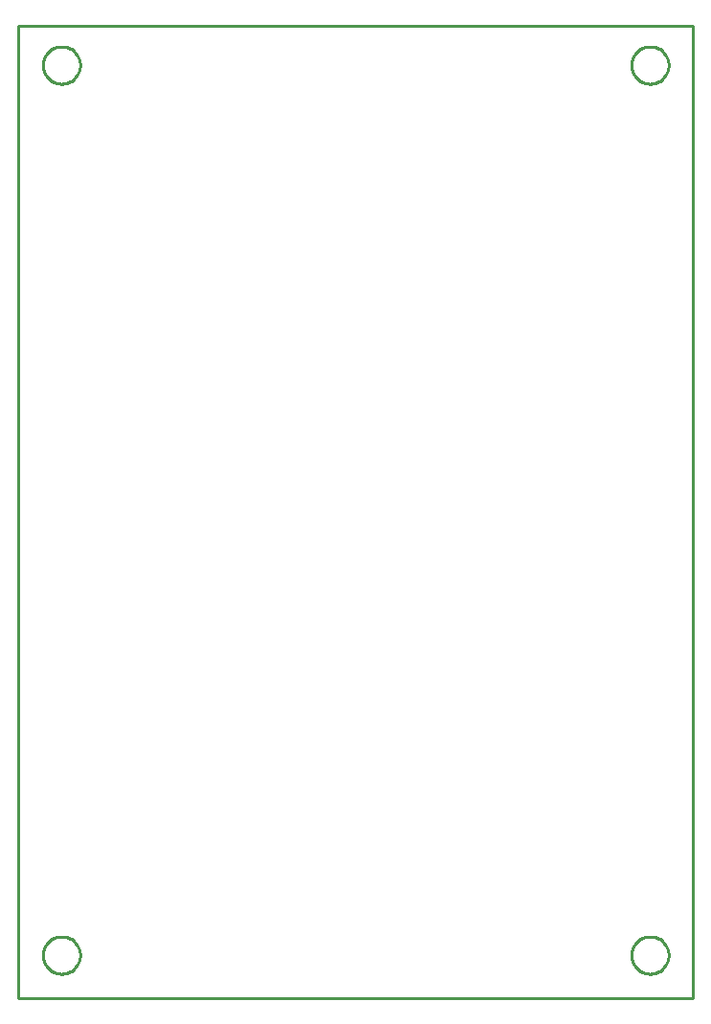
<source format=gbr>
G04 EAGLE Gerber RS-274X export*
G75*
%MOMM*%
%FSLAX34Y34*%
%LPD*%
%IN*%
%IPPOS*%
%AMOC8*
5,1,8,0,0,1.08239X$1,22.5*%
G01*
%ADD10C,0.254000*%


D10*
X-12700Y0D02*
X584000Y0D01*
X584000Y860300D01*
X-12700Y860300D01*
X-12700Y0D01*
X562610Y37560D02*
X562539Y36481D01*
X562398Y35409D01*
X562187Y34349D01*
X561908Y33305D01*
X561560Y32281D01*
X561146Y31283D01*
X560668Y30313D01*
X560128Y29377D01*
X559527Y28478D01*
X558869Y27621D01*
X558157Y26808D01*
X557392Y26044D01*
X556579Y25331D01*
X555722Y24673D01*
X554823Y24072D01*
X553887Y23532D01*
X552917Y23054D01*
X551919Y22640D01*
X550895Y22292D01*
X549851Y22013D01*
X548791Y21802D01*
X547719Y21661D01*
X546640Y21590D01*
X545560Y21590D01*
X544481Y21661D01*
X543409Y21802D01*
X542349Y22013D01*
X541305Y22292D01*
X540281Y22640D01*
X539283Y23054D01*
X538313Y23532D01*
X537377Y24072D01*
X536478Y24673D01*
X535621Y25331D01*
X534808Y26044D01*
X534044Y26808D01*
X533331Y27621D01*
X532673Y28478D01*
X532072Y29377D01*
X531532Y30313D01*
X531054Y31283D01*
X530640Y32281D01*
X530292Y33305D01*
X530013Y34349D01*
X529802Y35409D01*
X529661Y36481D01*
X529590Y37560D01*
X529590Y38640D01*
X529661Y39719D01*
X529802Y40791D01*
X530013Y41851D01*
X530292Y42895D01*
X530640Y43919D01*
X531054Y44917D01*
X531532Y45887D01*
X532072Y46823D01*
X532673Y47722D01*
X533331Y48579D01*
X534044Y49392D01*
X534808Y50157D01*
X535621Y50869D01*
X536478Y51527D01*
X537377Y52128D01*
X538313Y52668D01*
X539283Y53146D01*
X540281Y53560D01*
X541305Y53908D01*
X542349Y54187D01*
X543409Y54398D01*
X544481Y54539D01*
X545560Y54610D01*
X546640Y54610D01*
X547719Y54539D01*
X548791Y54398D01*
X549851Y54187D01*
X550895Y53908D01*
X551919Y53560D01*
X552917Y53146D01*
X553887Y52668D01*
X554823Y52128D01*
X555722Y51527D01*
X556579Y50869D01*
X557392Y50157D01*
X558157Y49392D01*
X558869Y48579D01*
X559527Y47722D01*
X560128Y46823D01*
X560668Y45887D01*
X561146Y44917D01*
X561560Y43919D01*
X561908Y42895D01*
X562187Y41851D01*
X562398Y40791D01*
X562539Y39719D01*
X562610Y38640D01*
X562610Y37560D01*
X41910Y824960D02*
X41839Y823881D01*
X41698Y822809D01*
X41487Y821749D01*
X41208Y820705D01*
X40860Y819681D01*
X40446Y818683D01*
X39968Y817713D01*
X39428Y816777D01*
X38827Y815878D01*
X38169Y815021D01*
X37457Y814208D01*
X36692Y813444D01*
X35879Y812731D01*
X35022Y812073D01*
X34123Y811472D01*
X33187Y810932D01*
X32217Y810454D01*
X31219Y810040D01*
X30195Y809692D01*
X29151Y809413D01*
X28091Y809202D01*
X27019Y809061D01*
X25940Y808990D01*
X24860Y808990D01*
X23781Y809061D01*
X22709Y809202D01*
X21649Y809413D01*
X20605Y809692D01*
X19581Y810040D01*
X18583Y810454D01*
X17613Y810932D01*
X16677Y811472D01*
X15778Y812073D01*
X14921Y812731D01*
X14108Y813444D01*
X13344Y814208D01*
X12631Y815021D01*
X11973Y815878D01*
X11372Y816777D01*
X10832Y817713D01*
X10354Y818683D01*
X9940Y819681D01*
X9592Y820705D01*
X9313Y821749D01*
X9102Y822809D01*
X8961Y823881D01*
X8890Y824960D01*
X8890Y826040D01*
X8961Y827119D01*
X9102Y828191D01*
X9313Y829251D01*
X9592Y830295D01*
X9940Y831319D01*
X10354Y832317D01*
X10832Y833287D01*
X11372Y834223D01*
X11973Y835122D01*
X12631Y835979D01*
X13344Y836792D01*
X14108Y837557D01*
X14921Y838269D01*
X15778Y838927D01*
X16677Y839528D01*
X17613Y840068D01*
X18583Y840546D01*
X19581Y840960D01*
X20605Y841308D01*
X21649Y841587D01*
X22709Y841798D01*
X23781Y841939D01*
X24860Y842010D01*
X25940Y842010D01*
X27019Y841939D01*
X28091Y841798D01*
X29151Y841587D01*
X30195Y841308D01*
X31219Y840960D01*
X32217Y840546D01*
X33187Y840068D01*
X34123Y839528D01*
X35022Y838927D01*
X35879Y838269D01*
X36692Y837557D01*
X37457Y836792D01*
X38169Y835979D01*
X38827Y835122D01*
X39428Y834223D01*
X39968Y833287D01*
X40446Y832317D01*
X40860Y831319D01*
X41208Y830295D01*
X41487Y829251D01*
X41698Y828191D01*
X41839Y827119D01*
X41910Y826040D01*
X41910Y824960D01*
X562610Y824960D02*
X562539Y823881D01*
X562398Y822809D01*
X562187Y821749D01*
X561908Y820705D01*
X561560Y819681D01*
X561146Y818683D01*
X560668Y817713D01*
X560128Y816777D01*
X559527Y815878D01*
X558869Y815021D01*
X558157Y814208D01*
X557392Y813444D01*
X556579Y812731D01*
X555722Y812073D01*
X554823Y811472D01*
X553887Y810932D01*
X552917Y810454D01*
X551919Y810040D01*
X550895Y809692D01*
X549851Y809413D01*
X548791Y809202D01*
X547719Y809061D01*
X546640Y808990D01*
X545560Y808990D01*
X544481Y809061D01*
X543409Y809202D01*
X542349Y809413D01*
X541305Y809692D01*
X540281Y810040D01*
X539283Y810454D01*
X538313Y810932D01*
X537377Y811472D01*
X536478Y812073D01*
X535621Y812731D01*
X534808Y813444D01*
X534044Y814208D01*
X533331Y815021D01*
X532673Y815878D01*
X532072Y816777D01*
X531532Y817713D01*
X531054Y818683D01*
X530640Y819681D01*
X530292Y820705D01*
X530013Y821749D01*
X529802Y822809D01*
X529661Y823881D01*
X529590Y824960D01*
X529590Y826040D01*
X529661Y827119D01*
X529802Y828191D01*
X530013Y829251D01*
X530292Y830295D01*
X530640Y831319D01*
X531054Y832317D01*
X531532Y833287D01*
X532072Y834223D01*
X532673Y835122D01*
X533331Y835979D01*
X534044Y836792D01*
X534808Y837557D01*
X535621Y838269D01*
X536478Y838927D01*
X537377Y839528D01*
X538313Y840068D01*
X539283Y840546D01*
X540281Y840960D01*
X541305Y841308D01*
X542349Y841587D01*
X543409Y841798D01*
X544481Y841939D01*
X545560Y842010D01*
X546640Y842010D01*
X547719Y841939D01*
X548791Y841798D01*
X549851Y841587D01*
X550895Y841308D01*
X551919Y840960D01*
X552917Y840546D01*
X553887Y840068D01*
X554823Y839528D01*
X555722Y838927D01*
X556579Y838269D01*
X557392Y837557D01*
X558157Y836792D01*
X558869Y835979D01*
X559527Y835122D01*
X560128Y834223D01*
X560668Y833287D01*
X561146Y832317D01*
X561560Y831319D01*
X561908Y830295D01*
X562187Y829251D01*
X562398Y828191D01*
X562539Y827119D01*
X562610Y826040D01*
X562610Y824960D01*
X41910Y37560D02*
X41839Y36481D01*
X41698Y35409D01*
X41487Y34349D01*
X41208Y33305D01*
X40860Y32281D01*
X40446Y31283D01*
X39968Y30313D01*
X39428Y29377D01*
X38827Y28478D01*
X38169Y27621D01*
X37457Y26808D01*
X36692Y26044D01*
X35879Y25331D01*
X35022Y24673D01*
X34123Y24072D01*
X33187Y23532D01*
X32217Y23054D01*
X31219Y22640D01*
X30195Y22292D01*
X29151Y22013D01*
X28091Y21802D01*
X27019Y21661D01*
X25940Y21590D01*
X24860Y21590D01*
X23781Y21661D01*
X22709Y21802D01*
X21649Y22013D01*
X20605Y22292D01*
X19581Y22640D01*
X18583Y23054D01*
X17613Y23532D01*
X16677Y24072D01*
X15778Y24673D01*
X14921Y25331D01*
X14108Y26044D01*
X13344Y26808D01*
X12631Y27621D01*
X11973Y28478D01*
X11372Y29377D01*
X10832Y30313D01*
X10354Y31283D01*
X9940Y32281D01*
X9592Y33305D01*
X9313Y34349D01*
X9102Y35409D01*
X8961Y36481D01*
X8890Y37560D01*
X8890Y38640D01*
X8961Y39719D01*
X9102Y40791D01*
X9313Y41851D01*
X9592Y42895D01*
X9940Y43919D01*
X10354Y44917D01*
X10832Y45887D01*
X11372Y46823D01*
X11973Y47722D01*
X12631Y48579D01*
X13344Y49392D01*
X14108Y50157D01*
X14921Y50869D01*
X15778Y51527D01*
X16677Y52128D01*
X17613Y52668D01*
X18583Y53146D01*
X19581Y53560D01*
X20605Y53908D01*
X21649Y54187D01*
X22709Y54398D01*
X23781Y54539D01*
X24860Y54610D01*
X25940Y54610D01*
X27019Y54539D01*
X28091Y54398D01*
X29151Y54187D01*
X30195Y53908D01*
X31219Y53560D01*
X32217Y53146D01*
X33187Y52668D01*
X34123Y52128D01*
X35022Y51527D01*
X35879Y50869D01*
X36692Y50157D01*
X37457Y49392D01*
X38169Y48579D01*
X38827Y47722D01*
X39428Y46823D01*
X39968Y45887D01*
X40446Y44917D01*
X40860Y43919D01*
X41208Y42895D01*
X41487Y41851D01*
X41698Y40791D01*
X41839Y39719D01*
X41910Y38640D01*
X41910Y37560D01*
M02*

</source>
